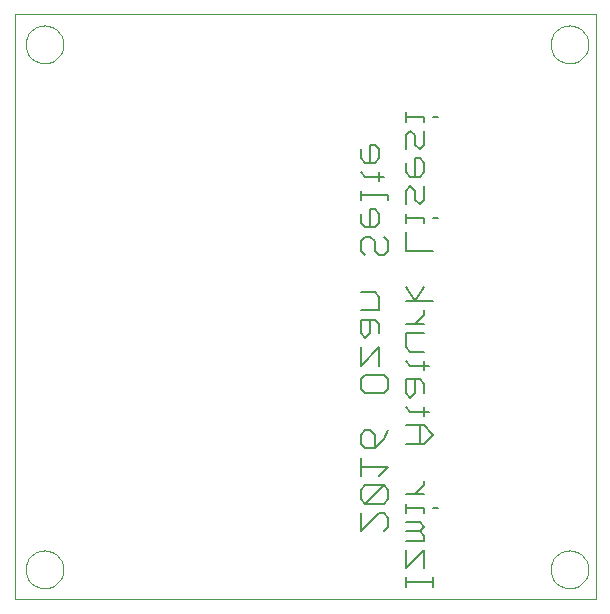
<source format=gbo>
G75*
%MOIN*%
%OFA0B0*%
%FSLAX24Y24*%
%IPPOS*%
%LPD*%
%AMOC8*
5,1,8,0,0,1.08239X$1,22.5*
%
%ADD10C,0.0000*%
%ADD11C,0.0080*%
D10*
X000220Y002000D02*
X000220Y021496D01*
X019590Y021496D01*
X019590Y002000D01*
X000220Y002000D01*
X000590Y003000D02*
X000592Y003050D01*
X000598Y003100D01*
X000608Y003149D01*
X000622Y003197D01*
X000639Y003244D01*
X000660Y003289D01*
X000685Y003333D01*
X000713Y003374D01*
X000745Y003413D01*
X000779Y003450D01*
X000816Y003484D01*
X000856Y003514D01*
X000898Y003541D01*
X000942Y003565D01*
X000988Y003586D01*
X001035Y003602D01*
X001083Y003615D01*
X001133Y003624D01*
X001182Y003629D01*
X001233Y003630D01*
X001283Y003627D01*
X001332Y003620D01*
X001381Y003609D01*
X001429Y003594D01*
X001475Y003576D01*
X001520Y003554D01*
X001563Y003528D01*
X001604Y003499D01*
X001643Y003467D01*
X001679Y003432D01*
X001711Y003394D01*
X001741Y003354D01*
X001768Y003311D01*
X001791Y003267D01*
X001810Y003221D01*
X001826Y003173D01*
X001838Y003124D01*
X001846Y003075D01*
X001850Y003025D01*
X001850Y002975D01*
X001846Y002925D01*
X001838Y002876D01*
X001826Y002827D01*
X001810Y002779D01*
X001791Y002733D01*
X001768Y002689D01*
X001741Y002646D01*
X001711Y002606D01*
X001679Y002568D01*
X001643Y002533D01*
X001604Y002501D01*
X001563Y002472D01*
X001520Y002446D01*
X001475Y002424D01*
X001429Y002406D01*
X001381Y002391D01*
X001332Y002380D01*
X001283Y002373D01*
X001233Y002370D01*
X001182Y002371D01*
X001133Y002376D01*
X001083Y002385D01*
X001035Y002398D01*
X000988Y002414D01*
X000942Y002435D01*
X000898Y002459D01*
X000856Y002486D01*
X000816Y002516D01*
X000779Y002550D01*
X000745Y002587D01*
X000713Y002626D01*
X000685Y002667D01*
X000660Y002711D01*
X000639Y002756D01*
X000622Y002803D01*
X000608Y002851D01*
X000598Y002900D01*
X000592Y002950D01*
X000590Y003000D01*
X000590Y020500D02*
X000592Y020550D01*
X000598Y020600D01*
X000608Y020649D01*
X000622Y020697D01*
X000639Y020744D01*
X000660Y020789D01*
X000685Y020833D01*
X000713Y020874D01*
X000745Y020913D01*
X000779Y020950D01*
X000816Y020984D01*
X000856Y021014D01*
X000898Y021041D01*
X000942Y021065D01*
X000988Y021086D01*
X001035Y021102D01*
X001083Y021115D01*
X001133Y021124D01*
X001182Y021129D01*
X001233Y021130D01*
X001283Y021127D01*
X001332Y021120D01*
X001381Y021109D01*
X001429Y021094D01*
X001475Y021076D01*
X001520Y021054D01*
X001563Y021028D01*
X001604Y020999D01*
X001643Y020967D01*
X001679Y020932D01*
X001711Y020894D01*
X001741Y020854D01*
X001768Y020811D01*
X001791Y020767D01*
X001810Y020721D01*
X001826Y020673D01*
X001838Y020624D01*
X001846Y020575D01*
X001850Y020525D01*
X001850Y020475D01*
X001846Y020425D01*
X001838Y020376D01*
X001826Y020327D01*
X001810Y020279D01*
X001791Y020233D01*
X001768Y020189D01*
X001741Y020146D01*
X001711Y020106D01*
X001679Y020068D01*
X001643Y020033D01*
X001604Y020001D01*
X001563Y019972D01*
X001520Y019946D01*
X001475Y019924D01*
X001429Y019906D01*
X001381Y019891D01*
X001332Y019880D01*
X001283Y019873D01*
X001233Y019870D01*
X001182Y019871D01*
X001133Y019876D01*
X001083Y019885D01*
X001035Y019898D01*
X000988Y019914D01*
X000942Y019935D01*
X000898Y019959D01*
X000856Y019986D01*
X000816Y020016D01*
X000779Y020050D01*
X000745Y020087D01*
X000713Y020126D01*
X000685Y020167D01*
X000660Y020211D01*
X000639Y020256D01*
X000622Y020303D01*
X000608Y020351D01*
X000598Y020400D01*
X000592Y020450D01*
X000590Y020500D01*
X018090Y020500D02*
X018092Y020550D01*
X018098Y020600D01*
X018108Y020649D01*
X018122Y020697D01*
X018139Y020744D01*
X018160Y020789D01*
X018185Y020833D01*
X018213Y020874D01*
X018245Y020913D01*
X018279Y020950D01*
X018316Y020984D01*
X018356Y021014D01*
X018398Y021041D01*
X018442Y021065D01*
X018488Y021086D01*
X018535Y021102D01*
X018583Y021115D01*
X018633Y021124D01*
X018682Y021129D01*
X018733Y021130D01*
X018783Y021127D01*
X018832Y021120D01*
X018881Y021109D01*
X018929Y021094D01*
X018975Y021076D01*
X019020Y021054D01*
X019063Y021028D01*
X019104Y020999D01*
X019143Y020967D01*
X019179Y020932D01*
X019211Y020894D01*
X019241Y020854D01*
X019268Y020811D01*
X019291Y020767D01*
X019310Y020721D01*
X019326Y020673D01*
X019338Y020624D01*
X019346Y020575D01*
X019350Y020525D01*
X019350Y020475D01*
X019346Y020425D01*
X019338Y020376D01*
X019326Y020327D01*
X019310Y020279D01*
X019291Y020233D01*
X019268Y020189D01*
X019241Y020146D01*
X019211Y020106D01*
X019179Y020068D01*
X019143Y020033D01*
X019104Y020001D01*
X019063Y019972D01*
X019020Y019946D01*
X018975Y019924D01*
X018929Y019906D01*
X018881Y019891D01*
X018832Y019880D01*
X018783Y019873D01*
X018733Y019870D01*
X018682Y019871D01*
X018633Y019876D01*
X018583Y019885D01*
X018535Y019898D01*
X018488Y019914D01*
X018442Y019935D01*
X018398Y019959D01*
X018356Y019986D01*
X018316Y020016D01*
X018279Y020050D01*
X018245Y020087D01*
X018213Y020126D01*
X018185Y020167D01*
X018160Y020211D01*
X018139Y020256D01*
X018122Y020303D01*
X018108Y020351D01*
X018098Y020400D01*
X018092Y020450D01*
X018090Y020500D01*
X018090Y003000D02*
X018092Y003050D01*
X018098Y003100D01*
X018108Y003149D01*
X018122Y003197D01*
X018139Y003244D01*
X018160Y003289D01*
X018185Y003333D01*
X018213Y003374D01*
X018245Y003413D01*
X018279Y003450D01*
X018316Y003484D01*
X018356Y003514D01*
X018398Y003541D01*
X018442Y003565D01*
X018488Y003586D01*
X018535Y003602D01*
X018583Y003615D01*
X018633Y003624D01*
X018682Y003629D01*
X018733Y003630D01*
X018783Y003627D01*
X018832Y003620D01*
X018881Y003609D01*
X018929Y003594D01*
X018975Y003576D01*
X019020Y003554D01*
X019063Y003528D01*
X019104Y003499D01*
X019143Y003467D01*
X019179Y003432D01*
X019211Y003394D01*
X019241Y003354D01*
X019268Y003311D01*
X019291Y003267D01*
X019310Y003221D01*
X019326Y003173D01*
X019338Y003124D01*
X019346Y003075D01*
X019350Y003025D01*
X019350Y002975D01*
X019346Y002925D01*
X019338Y002876D01*
X019326Y002827D01*
X019310Y002779D01*
X019291Y002733D01*
X019268Y002689D01*
X019241Y002646D01*
X019211Y002606D01*
X019179Y002568D01*
X019143Y002533D01*
X019104Y002501D01*
X019063Y002472D01*
X019020Y002446D01*
X018975Y002424D01*
X018929Y002406D01*
X018881Y002391D01*
X018832Y002380D01*
X018783Y002373D01*
X018733Y002370D01*
X018682Y002371D01*
X018633Y002376D01*
X018583Y002385D01*
X018535Y002398D01*
X018488Y002414D01*
X018442Y002435D01*
X018398Y002459D01*
X018356Y002486D01*
X018316Y002516D01*
X018279Y002550D01*
X018245Y002587D01*
X018213Y002626D01*
X018185Y002667D01*
X018160Y002711D01*
X018139Y002756D01*
X018122Y002803D01*
X018108Y002851D01*
X018098Y002900D01*
X018092Y002950D01*
X018090Y003000D01*
D11*
X014334Y005035D02*
X014181Y005035D01*
X013874Y005035D02*
X013874Y004882D01*
X013874Y005035D02*
X013260Y005035D01*
X013260Y004882D02*
X013260Y005189D01*
X013260Y005496D02*
X013874Y005496D01*
X013874Y005802D02*
X013874Y005956D01*
X013874Y005802D02*
X013567Y005496D01*
X012681Y005342D02*
X012681Y005649D01*
X012527Y005802D01*
X011913Y005189D01*
X011760Y005342D01*
X011760Y005649D01*
X011913Y005802D01*
X012527Y005802D01*
X012374Y006109D02*
X012681Y006416D01*
X011760Y006416D01*
X011760Y006109D02*
X011760Y006723D01*
X011913Y007030D02*
X011760Y007184D01*
X011760Y007491D01*
X011913Y007644D01*
X012067Y007644D01*
X012220Y007491D01*
X012220Y007030D01*
X011913Y007030D01*
X012220Y007030D02*
X012527Y007337D01*
X012681Y007644D01*
X013260Y007797D02*
X013874Y007797D01*
X014181Y007491D01*
X013874Y007184D01*
X013260Y007184D01*
X013720Y007184D02*
X013720Y007797D01*
X013874Y008104D02*
X013874Y008411D01*
X014027Y008258D02*
X013413Y008258D01*
X013260Y008411D01*
X013413Y008718D02*
X013260Y008872D01*
X013260Y009332D01*
X013720Y009332D01*
X013874Y009179D01*
X013874Y008872D01*
X013567Y008872D02*
X013567Y009332D01*
X013874Y009639D02*
X013874Y009946D01*
X014027Y009793D02*
X013413Y009793D01*
X013260Y009946D01*
X013413Y010253D02*
X013260Y010406D01*
X013260Y010867D01*
X013874Y010867D01*
X013874Y011174D02*
X013260Y011174D01*
X013567Y011174D02*
X013874Y011481D01*
X013874Y011634D01*
X014181Y011941D02*
X013260Y011941D01*
X013567Y011941D02*
X013874Y012401D01*
X013567Y011941D02*
X013260Y012401D01*
X012374Y012094D02*
X012374Y011634D01*
X011760Y011634D01*
X011760Y011327D02*
X011760Y010867D01*
X011913Y010713D01*
X012067Y010867D01*
X012067Y011327D01*
X012220Y011327D02*
X011760Y011327D01*
X012220Y011327D02*
X012374Y011174D01*
X012374Y010867D01*
X012374Y010406D02*
X011760Y009793D01*
X011760Y010406D01*
X012374Y010406D02*
X012374Y009793D01*
X012527Y009486D02*
X012681Y009332D01*
X012681Y009025D01*
X012527Y008872D01*
X011913Y008872D01*
X011760Y009025D01*
X011760Y009332D01*
X011913Y009486D01*
X012527Y009486D01*
X013413Y010253D02*
X013874Y010253D01*
X013567Y008872D02*
X013413Y008718D01*
X012374Y012094D02*
X012220Y012248D01*
X011760Y012248D01*
X011913Y013476D02*
X011760Y013629D01*
X011760Y013936D01*
X011913Y014090D01*
X012067Y014090D01*
X012220Y013936D01*
X012220Y013629D01*
X012374Y013476D01*
X012527Y013476D01*
X012681Y013629D01*
X012681Y013936D01*
X012527Y014090D01*
X012220Y014396D02*
X012374Y014550D01*
X012374Y014857D01*
X012220Y015010D01*
X012067Y015010D01*
X012067Y014396D01*
X012220Y014396D02*
X011913Y014396D01*
X011760Y014550D01*
X011760Y014857D01*
X011760Y015317D02*
X011760Y015624D01*
X011760Y015471D02*
X012681Y015471D01*
X012681Y015317D01*
X013260Y015164D02*
X013260Y015624D01*
X013413Y015778D01*
X013567Y015624D01*
X013567Y015317D01*
X013720Y015164D01*
X013874Y015317D01*
X013874Y015778D01*
X013720Y016085D02*
X013413Y016085D01*
X013260Y016238D01*
X013260Y016545D01*
X013567Y016698D02*
X013567Y016085D01*
X013720Y016085D02*
X013874Y016238D01*
X013874Y016545D01*
X013720Y016698D01*
X013567Y016698D01*
X013720Y017005D02*
X013567Y017159D01*
X013567Y017466D01*
X013413Y017619D01*
X013260Y017466D01*
X013260Y017005D01*
X013720Y017005D02*
X013874Y017159D01*
X013874Y017619D01*
X013874Y017926D02*
X013874Y018080D01*
X013260Y018080D01*
X013260Y018233D02*
X013260Y017926D01*
X014181Y018080D02*
X014334Y018080D01*
X012527Y016085D02*
X011913Y016085D01*
X011760Y016238D01*
X011913Y016545D02*
X011760Y016698D01*
X011760Y017005D01*
X012067Y017159D02*
X012067Y016545D01*
X012220Y016545D02*
X011913Y016545D01*
X012220Y016545D02*
X012374Y016698D01*
X012374Y017005D01*
X012220Y017159D01*
X012067Y017159D01*
X012374Y016238D02*
X012374Y015931D01*
X013260Y014857D02*
X013260Y014550D01*
X013260Y014703D02*
X013874Y014703D01*
X013874Y014550D01*
X014181Y014703D02*
X014334Y014703D01*
X014181Y013629D02*
X013260Y013629D01*
X013260Y014243D01*
X012681Y005342D02*
X012527Y005189D01*
X011913Y005189D01*
X011760Y004882D02*
X011760Y004268D01*
X012374Y004882D01*
X012527Y004882D01*
X012681Y004728D01*
X012681Y004421D01*
X012527Y004268D01*
X013260Y004268D02*
X013720Y004268D01*
X013874Y004421D01*
X013720Y004575D01*
X013260Y004575D01*
X013720Y004268D02*
X013874Y004114D01*
X013874Y003961D01*
X013260Y003961D01*
X013260Y003654D02*
X013260Y003040D01*
X013874Y003654D01*
X013874Y003040D01*
X014181Y002733D02*
X014181Y002426D01*
X014181Y002580D02*
X013260Y002580D01*
X013260Y002733D02*
X013260Y002426D01*
M02*

</source>
